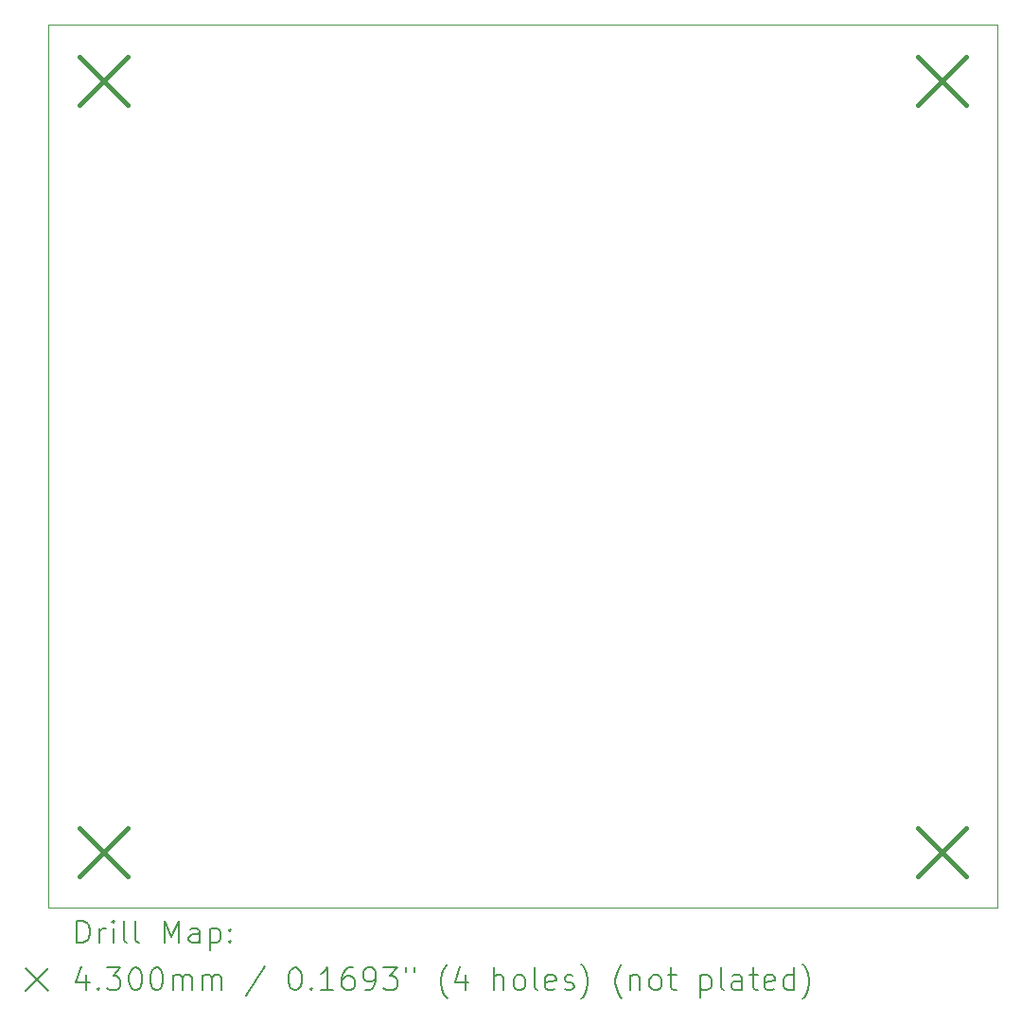
<source format=gbr>
%TF.GenerationSoftware,KiCad,Pcbnew,8.0.8*%
%TF.CreationDate,2025-01-20T09:17:46-05:00*%
%TF.ProjectId,mechanumDriveTrain,6d656368-616e-4756-9d44-726976655472,rev?*%
%TF.SameCoordinates,Original*%
%TF.FileFunction,Drillmap*%
%TF.FilePolarity,Positive*%
%FSLAX45Y45*%
G04 Gerber Fmt 4.5, Leading zero omitted, Abs format (unit mm)*
G04 Created by KiCad (PCBNEW 8.0.8) date 2025-01-20 09:17:46*
%MOMM*%
%LPD*%
G01*
G04 APERTURE LIST*
%ADD10C,0.050000*%
%ADD11C,0.200000*%
%ADD12C,0.430000*%
G04 APERTURE END LIST*
D10*
X2000000Y-2700000D02*
X10490000Y-2700000D01*
X10490000Y-10600000D01*
X2000000Y-10600000D01*
X2000000Y-2700000D01*
D11*
D12*
X2285000Y-2985000D02*
X2715000Y-3415000D01*
X2715000Y-2985000D02*
X2285000Y-3415000D01*
X2285000Y-9885000D02*
X2715000Y-10315000D01*
X2715000Y-9885000D02*
X2285000Y-10315000D01*
X9785000Y-2985000D02*
X10215000Y-3415000D01*
X10215000Y-2985000D02*
X9785000Y-3415000D01*
X9785000Y-9885000D02*
X10215000Y-10315000D01*
X10215000Y-9885000D02*
X9785000Y-10315000D01*
D11*
X2258277Y-10913984D02*
X2258277Y-10713984D01*
X2258277Y-10713984D02*
X2305896Y-10713984D01*
X2305896Y-10713984D02*
X2334467Y-10723508D01*
X2334467Y-10723508D02*
X2353515Y-10742555D01*
X2353515Y-10742555D02*
X2363039Y-10761603D01*
X2363039Y-10761603D02*
X2372563Y-10799698D01*
X2372563Y-10799698D02*
X2372563Y-10828270D01*
X2372563Y-10828270D02*
X2363039Y-10866365D01*
X2363039Y-10866365D02*
X2353515Y-10885412D01*
X2353515Y-10885412D02*
X2334467Y-10904460D01*
X2334467Y-10904460D02*
X2305896Y-10913984D01*
X2305896Y-10913984D02*
X2258277Y-10913984D01*
X2458277Y-10913984D02*
X2458277Y-10780650D01*
X2458277Y-10818746D02*
X2467801Y-10799698D01*
X2467801Y-10799698D02*
X2477324Y-10790174D01*
X2477324Y-10790174D02*
X2496372Y-10780650D01*
X2496372Y-10780650D02*
X2515420Y-10780650D01*
X2582086Y-10913984D02*
X2582086Y-10780650D01*
X2582086Y-10713984D02*
X2572563Y-10723508D01*
X2572563Y-10723508D02*
X2582086Y-10733031D01*
X2582086Y-10733031D02*
X2591610Y-10723508D01*
X2591610Y-10723508D02*
X2582086Y-10713984D01*
X2582086Y-10713984D02*
X2582086Y-10733031D01*
X2705896Y-10913984D02*
X2686848Y-10904460D01*
X2686848Y-10904460D02*
X2677324Y-10885412D01*
X2677324Y-10885412D02*
X2677324Y-10713984D01*
X2810658Y-10913984D02*
X2791610Y-10904460D01*
X2791610Y-10904460D02*
X2782086Y-10885412D01*
X2782086Y-10885412D02*
X2782086Y-10713984D01*
X3039229Y-10913984D02*
X3039229Y-10713984D01*
X3039229Y-10713984D02*
X3105896Y-10856841D01*
X3105896Y-10856841D02*
X3172562Y-10713984D01*
X3172562Y-10713984D02*
X3172562Y-10913984D01*
X3353515Y-10913984D02*
X3353515Y-10809222D01*
X3353515Y-10809222D02*
X3343991Y-10790174D01*
X3343991Y-10790174D02*
X3324943Y-10780650D01*
X3324943Y-10780650D02*
X3286848Y-10780650D01*
X3286848Y-10780650D02*
X3267801Y-10790174D01*
X3353515Y-10904460D02*
X3334467Y-10913984D01*
X3334467Y-10913984D02*
X3286848Y-10913984D01*
X3286848Y-10913984D02*
X3267801Y-10904460D01*
X3267801Y-10904460D02*
X3258277Y-10885412D01*
X3258277Y-10885412D02*
X3258277Y-10866365D01*
X3258277Y-10866365D02*
X3267801Y-10847317D01*
X3267801Y-10847317D02*
X3286848Y-10837793D01*
X3286848Y-10837793D02*
X3334467Y-10837793D01*
X3334467Y-10837793D02*
X3353515Y-10828270D01*
X3448753Y-10780650D02*
X3448753Y-10980650D01*
X3448753Y-10790174D02*
X3467801Y-10780650D01*
X3467801Y-10780650D02*
X3505896Y-10780650D01*
X3505896Y-10780650D02*
X3524943Y-10790174D01*
X3524943Y-10790174D02*
X3534467Y-10799698D01*
X3534467Y-10799698D02*
X3543991Y-10818746D01*
X3543991Y-10818746D02*
X3543991Y-10875889D01*
X3543991Y-10875889D02*
X3534467Y-10894936D01*
X3534467Y-10894936D02*
X3524943Y-10904460D01*
X3524943Y-10904460D02*
X3505896Y-10913984D01*
X3505896Y-10913984D02*
X3467801Y-10913984D01*
X3467801Y-10913984D02*
X3448753Y-10904460D01*
X3629705Y-10894936D02*
X3639229Y-10904460D01*
X3639229Y-10904460D02*
X3629705Y-10913984D01*
X3629705Y-10913984D02*
X3620182Y-10904460D01*
X3620182Y-10904460D02*
X3629705Y-10894936D01*
X3629705Y-10894936D02*
X3629705Y-10913984D01*
X3629705Y-10790174D02*
X3639229Y-10799698D01*
X3639229Y-10799698D02*
X3629705Y-10809222D01*
X3629705Y-10809222D02*
X3620182Y-10799698D01*
X3620182Y-10799698D02*
X3629705Y-10790174D01*
X3629705Y-10790174D02*
X3629705Y-10809222D01*
X1797500Y-11142500D02*
X1997500Y-11342500D01*
X1997500Y-11142500D02*
X1797500Y-11342500D01*
X2343991Y-11200650D02*
X2343991Y-11333984D01*
X2296372Y-11124460D02*
X2248753Y-11267317D01*
X2248753Y-11267317D02*
X2372563Y-11267317D01*
X2448753Y-11314936D02*
X2458277Y-11324460D01*
X2458277Y-11324460D02*
X2448753Y-11333984D01*
X2448753Y-11333984D02*
X2439229Y-11324460D01*
X2439229Y-11324460D02*
X2448753Y-11314936D01*
X2448753Y-11314936D02*
X2448753Y-11333984D01*
X2524944Y-11133984D02*
X2648753Y-11133984D01*
X2648753Y-11133984D02*
X2582086Y-11210174D01*
X2582086Y-11210174D02*
X2610658Y-11210174D01*
X2610658Y-11210174D02*
X2629705Y-11219698D01*
X2629705Y-11219698D02*
X2639229Y-11229222D01*
X2639229Y-11229222D02*
X2648753Y-11248269D01*
X2648753Y-11248269D02*
X2648753Y-11295888D01*
X2648753Y-11295888D02*
X2639229Y-11314936D01*
X2639229Y-11314936D02*
X2629705Y-11324460D01*
X2629705Y-11324460D02*
X2610658Y-11333984D01*
X2610658Y-11333984D02*
X2553515Y-11333984D01*
X2553515Y-11333984D02*
X2534467Y-11324460D01*
X2534467Y-11324460D02*
X2524944Y-11314936D01*
X2772563Y-11133984D02*
X2791610Y-11133984D01*
X2791610Y-11133984D02*
X2810658Y-11143508D01*
X2810658Y-11143508D02*
X2820182Y-11153031D01*
X2820182Y-11153031D02*
X2829705Y-11172079D01*
X2829705Y-11172079D02*
X2839229Y-11210174D01*
X2839229Y-11210174D02*
X2839229Y-11257793D01*
X2839229Y-11257793D02*
X2829705Y-11295888D01*
X2829705Y-11295888D02*
X2820182Y-11314936D01*
X2820182Y-11314936D02*
X2810658Y-11324460D01*
X2810658Y-11324460D02*
X2791610Y-11333984D01*
X2791610Y-11333984D02*
X2772563Y-11333984D01*
X2772563Y-11333984D02*
X2753515Y-11324460D01*
X2753515Y-11324460D02*
X2743991Y-11314936D01*
X2743991Y-11314936D02*
X2734467Y-11295888D01*
X2734467Y-11295888D02*
X2724944Y-11257793D01*
X2724944Y-11257793D02*
X2724944Y-11210174D01*
X2724944Y-11210174D02*
X2734467Y-11172079D01*
X2734467Y-11172079D02*
X2743991Y-11153031D01*
X2743991Y-11153031D02*
X2753515Y-11143508D01*
X2753515Y-11143508D02*
X2772563Y-11133984D01*
X2963039Y-11133984D02*
X2982086Y-11133984D01*
X2982086Y-11133984D02*
X3001134Y-11143508D01*
X3001134Y-11143508D02*
X3010658Y-11153031D01*
X3010658Y-11153031D02*
X3020182Y-11172079D01*
X3020182Y-11172079D02*
X3029705Y-11210174D01*
X3029705Y-11210174D02*
X3029705Y-11257793D01*
X3029705Y-11257793D02*
X3020182Y-11295888D01*
X3020182Y-11295888D02*
X3010658Y-11314936D01*
X3010658Y-11314936D02*
X3001134Y-11324460D01*
X3001134Y-11324460D02*
X2982086Y-11333984D01*
X2982086Y-11333984D02*
X2963039Y-11333984D01*
X2963039Y-11333984D02*
X2943991Y-11324460D01*
X2943991Y-11324460D02*
X2934467Y-11314936D01*
X2934467Y-11314936D02*
X2924943Y-11295888D01*
X2924943Y-11295888D02*
X2915420Y-11257793D01*
X2915420Y-11257793D02*
X2915420Y-11210174D01*
X2915420Y-11210174D02*
X2924943Y-11172079D01*
X2924943Y-11172079D02*
X2934467Y-11153031D01*
X2934467Y-11153031D02*
X2943991Y-11143508D01*
X2943991Y-11143508D02*
X2963039Y-11133984D01*
X3115420Y-11333984D02*
X3115420Y-11200650D01*
X3115420Y-11219698D02*
X3124943Y-11210174D01*
X3124943Y-11210174D02*
X3143991Y-11200650D01*
X3143991Y-11200650D02*
X3172563Y-11200650D01*
X3172563Y-11200650D02*
X3191610Y-11210174D01*
X3191610Y-11210174D02*
X3201134Y-11229222D01*
X3201134Y-11229222D02*
X3201134Y-11333984D01*
X3201134Y-11229222D02*
X3210658Y-11210174D01*
X3210658Y-11210174D02*
X3229705Y-11200650D01*
X3229705Y-11200650D02*
X3258277Y-11200650D01*
X3258277Y-11200650D02*
X3277324Y-11210174D01*
X3277324Y-11210174D02*
X3286848Y-11229222D01*
X3286848Y-11229222D02*
X3286848Y-11333984D01*
X3382086Y-11333984D02*
X3382086Y-11200650D01*
X3382086Y-11219698D02*
X3391610Y-11210174D01*
X3391610Y-11210174D02*
X3410658Y-11200650D01*
X3410658Y-11200650D02*
X3439229Y-11200650D01*
X3439229Y-11200650D02*
X3458277Y-11210174D01*
X3458277Y-11210174D02*
X3467801Y-11229222D01*
X3467801Y-11229222D02*
X3467801Y-11333984D01*
X3467801Y-11229222D02*
X3477324Y-11210174D01*
X3477324Y-11210174D02*
X3496372Y-11200650D01*
X3496372Y-11200650D02*
X3524943Y-11200650D01*
X3524943Y-11200650D02*
X3543991Y-11210174D01*
X3543991Y-11210174D02*
X3553515Y-11229222D01*
X3553515Y-11229222D02*
X3553515Y-11333984D01*
X3943991Y-11124460D02*
X3772563Y-11381603D01*
X4201134Y-11133984D02*
X4220182Y-11133984D01*
X4220182Y-11133984D02*
X4239229Y-11143508D01*
X4239229Y-11143508D02*
X4248753Y-11153031D01*
X4248753Y-11153031D02*
X4258277Y-11172079D01*
X4258277Y-11172079D02*
X4267801Y-11210174D01*
X4267801Y-11210174D02*
X4267801Y-11257793D01*
X4267801Y-11257793D02*
X4258277Y-11295888D01*
X4258277Y-11295888D02*
X4248753Y-11314936D01*
X4248753Y-11314936D02*
X4239229Y-11324460D01*
X4239229Y-11324460D02*
X4220182Y-11333984D01*
X4220182Y-11333984D02*
X4201134Y-11333984D01*
X4201134Y-11333984D02*
X4182086Y-11324460D01*
X4182086Y-11324460D02*
X4172563Y-11314936D01*
X4172563Y-11314936D02*
X4163039Y-11295888D01*
X4163039Y-11295888D02*
X4153515Y-11257793D01*
X4153515Y-11257793D02*
X4153515Y-11210174D01*
X4153515Y-11210174D02*
X4163039Y-11172079D01*
X4163039Y-11172079D02*
X4172563Y-11153031D01*
X4172563Y-11153031D02*
X4182086Y-11143508D01*
X4182086Y-11143508D02*
X4201134Y-11133984D01*
X4353515Y-11314936D02*
X4363039Y-11324460D01*
X4363039Y-11324460D02*
X4353515Y-11333984D01*
X4353515Y-11333984D02*
X4343991Y-11324460D01*
X4343991Y-11324460D02*
X4353515Y-11314936D01*
X4353515Y-11314936D02*
X4353515Y-11333984D01*
X4553515Y-11333984D02*
X4439229Y-11333984D01*
X4496372Y-11333984D02*
X4496372Y-11133984D01*
X4496372Y-11133984D02*
X4477325Y-11162555D01*
X4477325Y-11162555D02*
X4458277Y-11181603D01*
X4458277Y-11181603D02*
X4439229Y-11191127D01*
X4724944Y-11133984D02*
X4686848Y-11133984D01*
X4686848Y-11133984D02*
X4667801Y-11143508D01*
X4667801Y-11143508D02*
X4658277Y-11153031D01*
X4658277Y-11153031D02*
X4639229Y-11181603D01*
X4639229Y-11181603D02*
X4629706Y-11219698D01*
X4629706Y-11219698D02*
X4629706Y-11295888D01*
X4629706Y-11295888D02*
X4639229Y-11314936D01*
X4639229Y-11314936D02*
X4648753Y-11324460D01*
X4648753Y-11324460D02*
X4667801Y-11333984D01*
X4667801Y-11333984D02*
X4705896Y-11333984D01*
X4705896Y-11333984D02*
X4724944Y-11324460D01*
X4724944Y-11324460D02*
X4734468Y-11314936D01*
X4734468Y-11314936D02*
X4743991Y-11295888D01*
X4743991Y-11295888D02*
X4743991Y-11248269D01*
X4743991Y-11248269D02*
X4734468Y-11229222D01*
X4734468Y-11229222D02*
X4724944Y-11219698D01*
X4724944Y-11219698D02*
X4705896Y-11210174D01*
X4705896Y-11210174D02*
X4667801Y-11210174D01*
X4667801Y-11210174D02*
X4648753Y-11219698D01*
X4648753Y-11219698D02*
X4639229Y-11229222D01*
X4639229Y-11229222D02*
X4629706Y-11248269D01*
X4839229Y-11333984D02*
X4877325Y-11333984D01*
X4877325Y-11333984D02*
X4896372Y-11324460D01*
X4896372Y-11324460D02*
X4905896Y-11314936D01*
X4905896Y-11314936D02*
X4924944Y-11286365D01*
X4924944Y-11286365D02*
X4934468Y-11248269D01*
X4934468Y-11248269D02*
X4934468Y-11172079D01*
X4934468Y-11172079D02*
X4924944Y-11153031D01*
X4924944Y-11153031D02*
X4915420Y-11143508D01*
X4915420Y-11143508D02*
X4896372Y-11133984D01*
X4896372Y-11133984D02*
X4858277Y-11133984D01*
X4858277Y-11133984D02*
X4839229Y-11143508D01*
X4839229Y-11143508D02*
X4829706Y-11153031D01*
X4829706Y-11153031D02*
X4820182Y-11172079D01*
X4820182Y-11172079D02*
X4820182Y-11219698D01*
X4820182Y-11219698D02*
X4829706Y-11238746D01*
X4829706Y-11238746D02*
X4839229Y-11248269D01*
X4839229Y-11248269D02*
X4858277Y-11257793D01*
X4858277Y-11257793D02*
X4896372Y-11257793D01*
X4896372Y-11257793D02*
X4915420Y-11248269D01*
X4915420Y-11248269D02*
X4924944Y-11238746D01*
X4924944Y-11238746D02*
X4934468Y-11219698D01*
X5001134Y-11133984D02*
X5124944Y-11133984D01*
X5124944Y-11133984D02*
X5058277Y-11210174D01*
X5058277Y-11210174D02*
X5086849Y-11210174D01*
X5086849Y-11210174D02*
X5105896Y-11219698D01*
X5105896Y-11219698D02*
X5115420Y-11229222D01*
X5115420Y-11229222D02*
X5124944Y-11248269D01*
X5124944Y-11248269D02*
X5124944Y-11295888D01*
X5124944Y-11295888D02*
X5115420Y-11314936D01*
X5115420Y-11314936D02*
X5105896Y-11324460D01*
X5105896Y-11324460D02*
X5086849Y-11333984D01*
X5086849Y-11333984D02*
X5029706Y-11333984D01*
X5029706Y-11333984D02*
X5010658Y-11324460D01*
X5010658Y-11324460D02*
X5001134Y-11314936D01*
X5201134Y-11133984D02*
X5201134Y-11172079D01*
X5277325Y-11133984D02*
X5277325Y-11172079D01*
X5572563Y-11410174D02*
X5563039Y-11400650D01*
X5563039Y-11400650D02*
X5543991Y-11372079D01*
X5543991Y-11372079D02*
X5534468Y-11353031D01*
X5534468Y-11353031D02*
X5524944Y-11324460D01*
X5524944Y-11324460D02*
X5515420Y-11276841D01*
X5515420Y-11276841D02*
X5515420Y-11238746D01*
X5515420Y-11238746D02*
X5524944Y-11191127D01*
X5524944Y-11191127D02*
X5534468Y-11162555D01*
X5534468Y-11162555D02*
X5543991Y-11143508D01*
X5543991Y-11143508D02*
X5563039Y-11114936D01*
X5563039Y-11114936D02*
X5572563Y-11105412D01*
X5734468Y-11200650D02*
X5734468Y-11333984D01*
X5686848Y-11124460D02*
X5639229Y-11267317D01*
X5639229Y-11267317D02*
X5763039Y-11267317D01*
X5991610Y-11333984D02*
X5991610Y-11133984D01*
X6077325Y-11333984D02*
X6077325Y-11229222D01*
X6077325Y-11229222D02*
X6067801Y-11210174D01*
X6067801Y-11210174D02*
X6048753Y-11200650D01*
X6048753Y-11200650D02*
X6020182Y-11200650D01*
X6020182Y-11200650D02*
X6001134Y-11210174D01*
X6001134Y-11210174D02*
X5991610Y-11219698D01*
X6201134Y-11333984D02*
X6182087Y-11324460D01*
X6182087Y-11324460D02*
X6172563Y-11314936D01*
X6172563Y-11314936D02*
X6163039Y-11295888D01*
X6163039Y-11295888D02*
X6163039Y-11238746D01*
X6163039Y-11238746D02*
X6172563Y-11219698D01*
X6172563Y-11219698D02*
X6182087Y-11210174D01*
X6182087Y-11210174D02*
X6201134Y-11200650D01*
X6201134Y-11200650D02*
X6229706Y-11200650D01*
X6229706Y-11200650D02*
X6248753Y-11210174D01*
X6248753Y-11210174D02*
X6258277Y-11219698D01*
X6258277Y-11219698D02*
X6267801Y-11238746D01*
X6267801Y-11238746D02*
X6267801Y-11295888D01*
X6267801Y-11295888D02*
X6258277Y-11314936D01*
X6258277Y-11314936D02*
X6248753Y-11324460D01*
X6248753Y-11324460D02*
X6229706Y-11333984D01*
X6229706Y-11333984D02*
X6201134Y-11333984D01*
X6382087Y-11333984D02*
X6363039Y-11324460D01*
X6363039Y-11324460D02*
X6353515Y-11305412D01*
X6353515Y-11305412D02*
X6353515Y-11133984D01*
X6534468Y-11324460D02*
X6515420Y-11333984D01*
X6515420Y-11333984D02*
X6477325Y-11333984D01*
X6477325Y-11333984D02*
X6458277Y-11324460D01*
X6458277Y-11324460D02*
X6448753Y-11305412D01*
X6448753Y-11305412D02*
X6448753Y-11229222D01*
X6448753Y-11229222D02*
X6458277Y-11210174D01*
X6458277Y-11210174D02*
X6477325Y-11200650D01*
X6477325Y-11200650D02*
X6515420Y-11200650D01*
X6515420Y-11200650D02*
X6534468Y-11210174D01*
X6534468Y-11210174D02*
X6543991Y-11229222D01*
X6543991Y-11229222D02*
X6543991Y-11248269D01*
X6543991Y-11248269D02*
X6448753Y-11267317D01*
X6620182Y-11324460D02*
X6639230Y-11333984D01*
X6639230Y-11333984D02*
X6677325Y-11333984D01*
X6677325Y-11333984D02*
X6696372Y-11324460D01*
X6696372Y-11324460D02*
X6705896Y-11305412D01*
X6705896Y-11305412D02*
X6705896Y-11295888D01*
X6705896Y-11295888D02*
X6696372Y-11276841D01*
X6696372Y-11276841D02*
X6677325Y-11267317D01*
X6677325Y-11267317D02*
X6648753Y-11267317D01*
X6648753Y-11267317D02*
X6629706Y-11257793D01*
X6629706Y-11257793D02*
X6620182Y-11238746D01*
X6620182Y-11238746D02*
X6620182Y-11229222D01*
X6620182Y-11229222D02*
X6629706Y-11210174D01*
X6629706Y-11210174D02*
X6648753Y-11200650D01*
X6648753Y-11200650D02*
X6677325Y-11200650D01*
X6677325Y-11200650D02*
X6696372Y-11210174D01*
X6772563Y-11410174D02*
X6782087Y-11400650D01*
X6782087Y-11400650D02*
X6801134Y-11372079D01*
X6801134Y-11372079D02*
X6810658Y-11353031D01*
X6810658Y-11353031D02*
X6820182Y-11324460D01*
X6820182Y-11324460D02*
X6829706Y-11276841D01*
X6829706Y-11276841D02*
X6829706Y-11238746D01*
X6829706Y-11238746D02*
X6820182Y-11191127D01*
X6820182Y-11191127D02*
X6810658Y-11162555D01*
X6810658Y-11162555D02*
X6801134Y-11143508D01*
X6801134Y-11143508D02*
X6782087Y-11114936D01*
X6782087Y-11114936D02*
X6772563Y-11105412D01*
X7134468Y-11410174D02*
X7124944Y-11400650D01*
X7124944Y-11400650D02*
X7105896Y-11372079D01*
X7105896Y-11372079D02*
X7096372Y-11353031D01*
X7096372Y-11353031D02*
X7086849Y-11324460D01*
X7086849Y-11324460D02*
X7077325Y-11276841D01*
X7077325Y-11276841D02*
X7077325Y-11238746D01*
X7077325Y-11238746D02*
X7086849Y-11191127D01*
X7086849Y-11191127D02*
X7096372Y-11162555D01*
X7096372Y-11162555D02*
X7105896Y-11143508D01*
X7105896Y-11143508D02*
X7124944Y-11114936D01*
X7124944Y-11114936D02*
X7134468Y-11105412D01*
X7210658Y-11200650D02*
X7210658Y-11333984D01*
X7210658Y-11219698D02*
X7220182Y-11210174D01*
X7220182Y-11210174D02*
X7239230Y-11200650D01*
X7239230Y-11200650D02*
X7267801Y-11200650D01*
X7267801Y-11200650D02*
X7286849Y-11210174D01*
X7286849Y-11210174D02*
X7296372Y-11229222D01*
X7296372Y-11229222D02*
X7296372Y-11333984D01*
X7420182Y-11333984D02*
X7401134Y-11324460D01*
X7401134Y-11324460D02*
X7391611Y-11314936D01*
X7391611Y-11314936D02*
X7382087Y-11295888D01*
X7382087Y-11295888D02*
X7382087Y-11238746D01*
X7382087Y-11238746D02*
X7391611Y-11219698D01*
X7391611Y-11219698D02*
X7401134Y-11210174D01*
X7401134Y-11210174D02*
X7420182Y-11200650D01*
X7420182Y-11200650D02*
X7448753Y-11200650D01*
X7448753Y-11200650D02*
X7467801Y-11210174D01*
X7467801Y-11210174D02*
X7477325Y-11219698D01*
X7477325Y-11219698D02*
X7486849Y-11238746D01*
X7486849Y-11238746D02*
X7486849Y-11295888D01*
X7486849Y-11295888D02*
X7477325Y-11314936D01*
X7477325Y-11314936D02*
X7467801Y-11324460D01*
X7467801Y-11324460D02*
X7448753Y-11333984D01*
X7448753Y-11333984D02*
X7420182Y-11333984D01*
X7543992Y-11200650D02*
X7620182Y-11200650D01*
X7572563Y-11133984D02*
X7572563Y-11305412D01*
X7572563Y-11305412D02*
X7582087Y-11324460D01*
X7582087Y-11324460D02*
X7601134Y-11333984D01*
X7601134Y-11333984D02*
X7620182Y-11333984D01*
X7839230Y-11200650D02*
X7839230Y-11400650D01*
X7839230Y-11210174D02*
X7858277Y-11200650D01*
X7858277Y-11200650D02*
X7896373Y-11200650D01*
X7896373Y-11200650D02*
X7915420Y-11210174D01*
X7915420Y-11210174D02*
X7924944Y-11219698D01*
X7924944Y-11219698D02*
X7934468Y-11238746D01*
X7934468Y-11238746D02*
X7934468Y-11295888D01*
X7934468Y-11295888D02*
X7924944Y-11314936D01*
X7924944Y-11314936D02*
X7915420Y-11324460D01*
X7915420Y-11324460D02*
X7896373Y-11333984D01*
X7896373Y-11333984D02*
X7858277Y-11333984D01*
X7858277Y-11333984D02*
X7839230Y-11324460D01*
X8048753Y-11333984D02*
X8029706Y-11324460D01*
X8029706Y-11324460D02*
X8020182Y-11305412D01*
X8020182Y-11305412D02*
X8020182Y-11133984D01*
X8210658Y-11333984D02*
X8210658Y-11229222D01*
X8210658Y-11229222D02*
X8201134Y-11210174D01*
X8201134Y-11210174D02*
X8182087Y-11200650D01*
X8182087Y-11200650D02*
X8143992Y-11200650D01*
X8143992Y-11200650D02*
X8124944Y-11210174D01*
X8210658Y-11324460D02*
X8191611Y-11333984D01*
X8191611Y-11333984D02*
X8143992Y-11333984D01*
X8143992Y-11333984D02*
X8124944Y-11324460D01*
X8124944Y-11324460D02*
X8115420Y-11305412D01*
X8115420Y-11305412D02*
X8115420Y-11286365D01*
X8115420Y-11286365D02*
X8124944Y-11267317D01*
X8124944Y-11267317D02*
X8143992Y-11257793D01*
X8143992Y-11257793D02*
X8191611Y-11257793D01*
X8191611Y-11257793D02*
X8210658Y-11248269D01*
X8277325Y-11200650D02*
X8353515Y-11200650D01*
X8305896Y-11133984D02*
X8305896Y-11305412D01*
X8305896Y-11305412D02*
X8315420Y-11324460D01*
X8315420Y-11324460D02*
X8334468Y-11333984D01*
X8334468Y-11333984D02*
X8353515Y-11333984D01*
X8496373Y-11324460D02*
X8477325Y-11333984D01*
X8477325Y-11333984D02*
X8439230Y-11333984D01*
X8439230Y-11333984D02*
X8420182Y-11324460D01*
X8420182Y-11324460D02*
X8410658Y-11305412D01*
X8410658Y-11305412D02*
X8410658Y-11229222D01*
X8410658Y-11229222D02*
X8420182Y-11210174D01*
X8420182Y-11210174D02*
X8439230Y-11200650D01*
X8439230Y-11200650D02*
X8477325Y-11200650D01*
X8477325Y-11200650D02*
X8496373Y-11210174D01*
X8496373Y-11210174D02*
X8505896Y-11229222D01*
X8505896Y-11229222D02*
X8505896Y-11248269D01*
X8505896Y-11248269D02*
X8410658Y-11267317D01*
X8677325Y-11333984D02*
X8677325Y-11133984D01*
X8677325Y-11324460D02*
X8658277Y-11333984D01*
X8658277Y-11333984D02*
X8620182Y-11333984D01*
X8620182Y-11333984D02*
X8601135Y-11324460D01*
X8601135Y-11324460D02*
X8591611Y-11314936D01*
X8591611Y-11314936D02*
X8582087Y-11295888D01*
X8582087Y-11295888D02*
X8582087Y-11238746D01*
X8582087Y-11238746D02*
X8591611Y-11219698D01*
X8591611Y-11219698D02*
X8601135Y-11210174D01*
X8601135Y-11210174D02*
X8620182Y-11200650D01*
X8620182Y-11200650D02*
X8658277Y-11200650D01*
X8658277Y-11200650D02*
X8677325Y-11210174D01*
X8753516Y-11410174D02*
X8763039Y-11400650D01*
X8763039Y-11400650D02*
X8782087Y-11372079D01*
X8782087Y-11372079D02*
X8791611Y-11353031D01*
X8791611Y-11353031D02*
X8801135Y-11324460D01*
X8801135Y-11324460D02*
X8810658Y-11276841D01*
X8810658Y-11276841D02*
X8810658Y-11238746D01*
X8810658Y-11238746D02*
X8801135Y-11191127D01*
X8801135Y-11191127D02*
X8791611Y-11162555D01*
X8791611Y-11162555D02*
X8782087Y-11143508D01*
X8782087Y-11143508D02*
X8763039Y-11114936D01*
X8763039Y-11114936D02*
X8753516Y-11105412D01*
M02*

</source>
